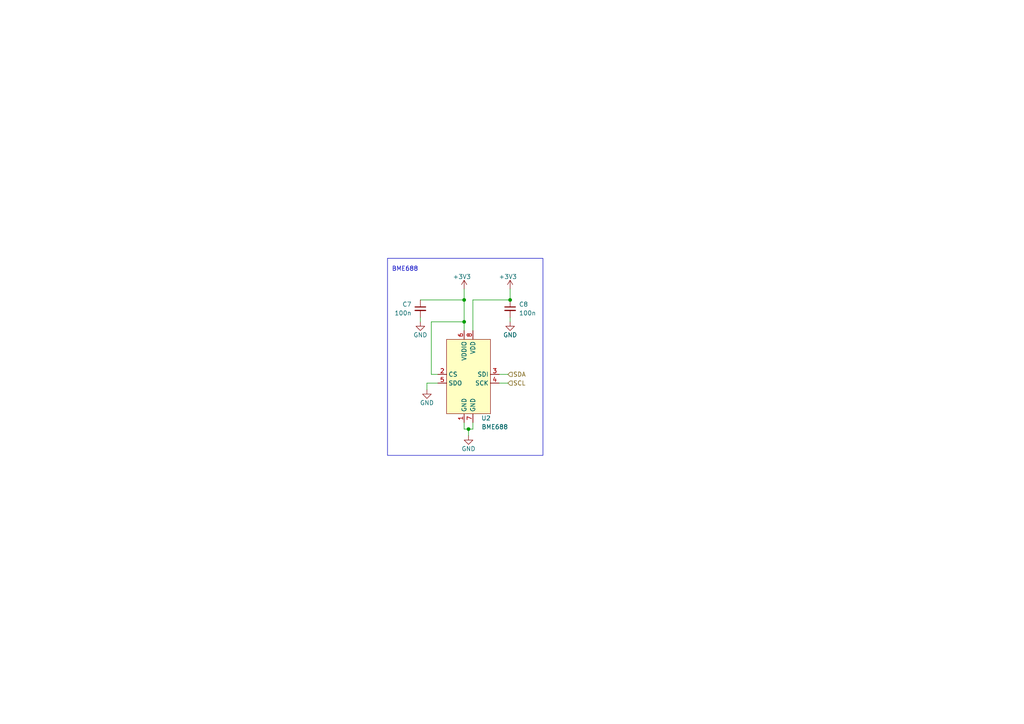
<source format=kicad_sch>
(kicad_sch (version 20231120) (generator "eeschema") (generator_version "8.0")
  (paper "A4")
  (lib_symbols
    (symbol "Device:C_Small" (pin_numbers hide) (pin_names (offset 0.254) hide)
      (property "Reference" "C" (at 0.254 1.778 0))
      (property "Value" "C_Small" (at 0.254 -2.032 0))
      (symbol "C_Small_0_1"
        (polyline (pts (xy -1.524 -0.508) (xy 1.524 -0.508)) (stroke (width 0.3302)))
        (polyline (pts (xy -1.524 0.508) (xy 1.524 0.508)) (stroke (width 0.3048)))
      )
      (symbol "C_Small_1_1"
        (pin passive line (at 0 2.54 270) (length 2.032) (name "~") (number "1"))
        (pin passive line (at 0 -2.54 90) (length 2.032) (name "~") (number "2"))
      )
    )
    (symbol "ProjectSymbols:BME688"
      (property "Reference" "U" (at -3.048 7.874 0))
      (property "Value" "BME688" (at 0 5.842 0))
      (symbol "BME688_1_1"
        (rectangle (start -6.35 0) (end 6.35 -21.59) (fill (type background)))
        (pin power_in line (at -1.27 -24.13 90) (length 2.54) (name "GND") (number "1"))
        (pin input line (at -8.89 -10.16 0) (length 2.54) (name "CS") (number "2"))
        (pin bidirectional line (at 8.89 -10.16 180) (length 2.54) (name "SDI") (number "3"))
        (pin bidirectional line (at 8.89 -12.7 180) (length 2.54) (name "SCK") (number "4"))
        (pin bidirectional line (at -8.89 -12.7 0) (length 2.54) (name "SDO") (number "5"))
        (pin power_in line (at -1.27 2.54 270) (length 2.54) (name "VDDIO") (number "6"))
        (pin power_in line (at 1.27 -24.13 90) (length 2.54) (name "GND") (number "7"))
        (pin power_in line (at 1.27 2.54 270) (length 2.54) (name "VDD") (number "8"))
      )
    )
    (symbol "power:+3V3" (power) (pin_names (offset 0))
      (property "Value" "+3V3" (at 0 3.556 0))
      (symbol "+3V3_0_1"
        (polyline (pts (xy -0.762 1.27) (xy 0 2.54)))
        (polyline (pts (xy 0 0) (xy 0 2.54)))
        (polyline (pts (xy 0 2.54) (xy 0.762 1.27)))
      )
      (symbol "+3V3_1_1"
        (pin power_in line (at 0 0 90) (length 0) hide (name "+3V3") (number "1"))
      )
    )
    (symbol "power:GND" (power) (pin_names (offset 0))
      (property "Value" "GND" (at 0 -3.81 0))
      (symbol "GND_0_1"
        (polyline (pts (xy 0 0) (xy 0 -1.27) (xy 1.27 -1.27) (xy 0 -2.54) (xy -1.27 -1.27) (xy 0 -1.27)))
      )
      (symbol "GND_1_1"
        (pin power_in line (at 0 0 270) (length 0) hide (name "GND") (number "1"))
      )
    )
  )
  (junction (at 134.62 86.995))
  (junction (at 147.955 86.995))
  (junction (at 134.62 93.345))
  (junction (at 135.89 124.46))
  (wire (pts (xy 123.825 111.125) (xy 127 111.125)))
  (wire (pts (xy 134.62 122.555) (xy 134.62 124.46)))
  (wire (pts (xy 121.92 93.345) (xy 121.92 92.075)))
  (wire (pts (xy 134.62 86.995) (xy 121.92 86.995)))
  (wire (pts (xy 135.89 124.46) (xy 135.89 126.365)))
  (wire (pts (xy 137.16 86.995) (xy 137.16 95.885)))
  (wire (pts (xy 137.16 86.995) (xy 147.955 86.995)))
  (wire (pts (xy 134.62 93.345) (xy 134.62 95.885)))
  (wire (pts (xy 134.62 124.46) (xy 135.89 124.46)))
  (wire (pts (xy 137.16 124.46) (xy 135.89 124.46)))
  (wire (pts (xy 147.955 83.82) (xy 147.955 86.995)))
  (wire (pts (xy 137.16 122.555) (xy 137.16 124.46)))
  (wire (pts (xy 123.825 113.03) (xy 123.825 111.125)))
  (wire (pts (xy 144.78 108.585) (xy 147.32 108.585)))
  (wire (pts (xy 134.62 83.82) (xy 134.62 86.995)))
  (wire (pts (xy 127 108.585) (xy 125.095 108.585)))
  (wire (pts (xy 147.955 93.345) (xy 147.955 92.075)))
  (wire (pts (xy 125.095 93.345) (xy 134.62 93.345)))
  (wire (pts (xy 125.095 108.585) (xy 125.095 93.345)))
  (wire (pts (xy 134.62 86.995) (xy 134.62 93.345)))
  (wire (pts (xy 144.78 111.125) (xy 147.32 111.125)))
  (rectangle (start 112.395 74.93) (end 157.48 132.08))
  (text "BME688" (at 117.475 78.105 0) (effects (font (size 1.27 1.27))))
  (hierarchical_label "SDA" (shape input) (at 147.32 108.585 0))
  (hierarchical_label "SCL" (shape input) (at 147.32 111.125 0))
  (symbol (lib_id "power:GND") (at 121.92 93.345 0) (unit 1)
    (property "Reference" "#PWR42" (effects (hide yes)))
    (property "Value" "GND" (at 121.92 97.155 0))
  )
  (symbol (lib_id "power:+3V3") (at 147.955 83.82 0) (unit 1)
    (property "Reference" "#PWR41" (effects (hide yes)))
    (property "Value" "+3V3" (at 144.653 80.264 0) (effects (justify left)))
  )
  (symbol (lib_id "power:GND") (at 135.89 126.365 0) (unit 1)
    (property "Reference" "#PWR48" (effects (hide yes)))
    (property "Value" "GND" (at 135.89 130.175 0))
  )
  (symbol (lib_id "Device:C_Small") (at 121.92 89.535 0) (mirror y) (unit 1)
    (property "Reference" "C7" (at 119.38 88.2712 0) (effects (justify left)))
    (property "Value" "100n" (at 119.38 90.8112 0) (effects (justify left)))
    (property "Footprint" "Capacitor_SMD:C_0603_1608Metric" (effects (hide yes)))
    (property "Datasheet" "https://www.mouser.de/datasheet/2/281/1/GCM188R91E104KA37_04A-3144793.pdf" (effects (hide yes)))
    (property "Description" "Unpolarized capacitor, small symbol" (effects (hide yes)))
    (property "MNR" "81-GCM188R91E104KA7D" (effects (hide yes)))
    (property "LCSC" "C1591" (effects (hide yes)))
  )
  (symbol (lib_id "ProjectSymbols:BME688") (at 135.89 98.425 0) (unit 1)
    (property "Reference" "U2" (at 140.97 121.285 0))
    (property "Value" "BME688" (at 143.51 123.825 0))
    (property "Footprint" "ProjectFootprints:BME688" (effects (hide yes)))
    (property "Datasheet" "https://www.bosch-sensortec.com/media/boschsensortec/downloads/datasheets/bst-bme688-ds000.pdf" (effects (hide yes)))
    (property "MNR" "262-BME688 " (effects (hide yes)))
    (property "LCSC" "C3664478" (effects (hide yes)))
  )
  (symbol (lib_id "Device:C_Small") (at 147.955 89.535 0) (unit 1)
    (property "Reference" "C8" (at 150.495 88.2712 0) (effects (justify left)))
    (property "Value" "100n" (at 150.495 90.8112 0) (effects (justify left)))
    (property "Footprint" "Capacitor_SMD:C_0603_1608Metric" (effects (hide yes)))
    (property "Datasheet" "https://www.mouser.de/datasheet/2/281/1/GCM188R91E104KA37_04A-3144793.pdf" (effects (hide yes)))
    (property "Description" "Unpolarized capacitor, small symbol" (effects (hide yes)))
    (property "MNR" "81-GCM188R91E104KA7D" (effects (hide yes)))
    (property "LCSC" "C1591" (effects (hide yes)))
  )
  (symbol (lib_id "power:GND") (at 123.825 113.03 0) (unit 1)
    (property "Reference" "#PWR47" (effects (hide yes)))
    (property "Value" "GND" (at 123.825 116.84 0))
  )
  (symbol (lib_id "power:GND") (at 147.955 93.345 0) (unit 1)
    (property "Reference" "#PWR46" (effects (hide yes)))
    (property "Value" "GND" (at 147.955 97.155 0))
  )
  (symbol (lib_id "power:+3V3") (at 134.62 83.82 0) (unit 1)
    (property "Reference" "#PWR40" (effects (hide yes)))
    (property "Value" "+3V3" (at 131.318 80.264 0) (effects (justify left)))
  )
)
</source>
